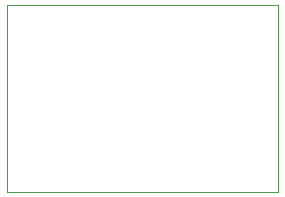
<source format=gbr>
G04 #@! TF.GenerationSoftware,KiCad,Pcbnew,(5.1.6)-1*
G04 #@! TF.CreationDate,2021-01-08T10:20:39+01:00*
G04 #@! TF.ProjectId,Lokdecoder_TI_altQuartz,4c6f6b64-6563-46f6-9465-725f54495f61,rev?*
G04 #@! TF.SameCoordinates,Original*
G04 #@! TF.FileFunction,Profile,NP*
%FSLAX46Y46*%
G04 Gerber Fmt 4.6, Leading zero omitted, Abs format (unit mm)*
G04 Created by KiCad (PCBNEW (5.1.6)-1) date 2021-01-08 10:20:39*
%MOMM*%
%LPD*%
G01*
G04 APERTURE LIST*
G04 #@! TA.AperFunction,Profile*
%ADD10C,0.050000*%
G04 #@! TD*
G04 APERTURE END LIST*
D10*
X70535800Y-104063800D02*
X47625000Y-104063800D01*
X70535800Y-119913400D02*
X70535800Y-104063800D01*
X47625000Y-119913400D02*
X70535800Y-119913400D01*
X47625000Y-104063800D02*
X47625000Y-119913400D01*
M02*

</source>
